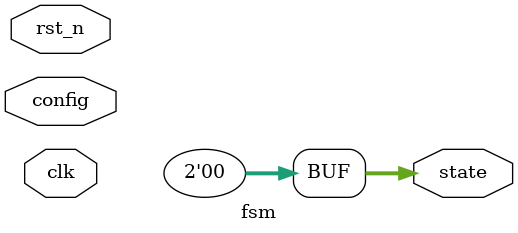
<source format=v>
module fsm (
  input  wire [6:0] config,
  input  wire       rst_n,
  input  wire       clk,
  output wire [1:0]  state
);

/* always @(posedge clk) begin */
/*   state <= 0; */
/* end */
assign state = 'd0;
endmodule

</source>
